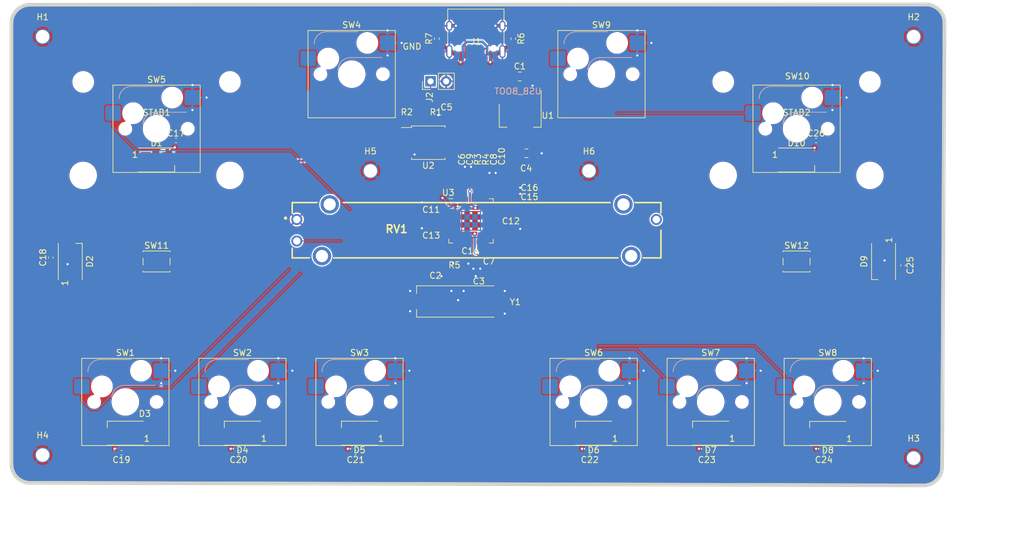
<source format=kicad_pcb>
(kicad_pcb (version 20211014) (generator pcbnew)
  (title_block (title "M.I.N.I.G.E.K.I") (date "2022-06-08") (rev "v3.0") (company "defvs"))
  (layers (0 "F.Cu" signal) (31 "B.Cu" signal) (34 "B.Paste" user) (35 "F.Paste" user) (36 "B.SilkS" user "B.Silkscreen") (37 "F.SilkS" user "F.Silkscreen") (38 "B.Mask" user) (39 "F.Mask" user) (44 "Edge.Cuts" user))
  (net 0 "")
  (net 1 "GND")
  (net 2 "VBUS")
  (net 3 "/XIN")
  (net 4 "/XOUT")
  (net 5 "+3V3")
  (net 6 "+1V1")
  (net 7 "Net-(J1-PadA5)")
  (net 8 "/~{USB_BOOT}")
  (net 9 "Net-(D1-Pad1)")
  (net 10 "/LED_DIN")
  (net 11 "Net-(D2-Pad1)")
  (net 12 "Net-(D3-Pad1)")
  (net 13 "Net-(D4-Pad1)")
  (net 14 "Net-(D5-Pad1)")
  (net 15 "Net-(D6-Pad1)")
  (net 16 "/GPIO26_ADC0")
  (net 17 "Net-(D7-Pad1)")
  (net 18 "Net-(D8-Pad1)")
  (net 19 "Net-(D10-Pad3)")
  (net 23 "/RUN")
  (net 24 "/SWD")
  (net 25 "/SWCLK")
  (net 26 "/QSPI_SS")
  (net 27 "Net-(R3-Pad2)")
  (net 28 "Net-(R4-Pad2)")
  (net 29 "/QSPI_SD3")
  (net 30 "/QSPI_SCLK")
  (net 31 "/QSPI_SD0")
  (net 32 "/QSPI_SD2")
  (net 33 "/QSPI_SD1")
  (net 34 "/USB_D+")
  (net 35 "/USB_D-")
  (net 36 "Net-(C3-Pad1)")
  (net 38 "Net-(J1-PadB5)")
  (net 44 "/LEFT_R")
  (net 45 "/LEFT_G")
  (net 46 "/LEFT_B")
  (net 47 "/LEFT_START")
  (net 48 "/LEFT_WALL")
  (net 49 "/RIGHT_R")
  (net 50 "/RIGHT_G")
  (net 51 "/RIGHT_B")
  (net 52 "/RIGHT_START")
  (net 53 "/RIGHT_WALL")
  (net 54 "/MACRO_1")
  (net 55 "/MACRO2")
  (footprint "Capacitor_SMD:C_0805_2012Metric" (layer "F.Cu") (at 109.7275 89.076)
    (fp_text reference "C4")
    (fp_text value "10u")
  )
  (footprint "Connector_PinHeader_2.54mm:PinHeader_1x02_P2.54mm_Vertical" (layer "F.Cu") (at 94.109516 77.365125 90)
    (fp_text reference "J2")
    (fp_text value "Conn_01x02")
  )
  (footprint "Capacitor_SMD:C_0402_1005Metric" (layer "F.Cu") (at 104.7025 93.591 90)
    (fp_text reference "C10")
    (fp_text value "1u")
  )
  (footprint "Capacitor_SMD:C_0402_1005Metric" (layer "F.Cu") (at 103.7025 93.591 90)
    (fp_text reference "C8")
    (fp_text value "1u")
  )
  (footprint "Capacitor_SMD:C_0402_1005Metric" (layer "F.Cu") (at 94.2175 101.276 180)
    (fp_text reference "C13")
    (fp_text value "100n")
  )
  (footprint "Capacitor_SMD:C_0402_1005Metric" (layer "F.Cu") (at 96.8875 82.906 180)
    (fp_text reference "C5")
    (fp_text value "100n")
  )
  (footprint "Capacitor_SMD:C_0402_1005Metric" (layer "F.Cu") (at 91.948 82.391 -90)
    (fp_text reference "R2")
    (fp_text value "DNF")
  )
  (footprint "Package_TO_SOT_SMD:SOT-223-3_TabPin2" (layer "F.Cu") (at 108.7025 82.926 -90)
    (fp_text reference "U1")
    (fp_text value "NCP1117-3.3_SOT223")
  )
  (footprint "Package_SO:SOIC-8_5.23x5.23mm_P1.27mm" (layer "F.Cu") (at 93.7525 87.351)
    (fp_text reference "U2")
    (fp_text value "W25Q128JVS")
  )
  (footprint "Capacitor_SMD:C_0402_1005Metric" (layer "F.Cu") (at 100.1875 109.076)
    (fp_text reference "C3")
    (fp_text value "27p")
  )
  (footprint "Capacitor_SMD:C_0402_1005Metric" (layer "F.Cu") (at 93.472 82.391 90)
    (fp_text reference "R1")
    (fp_text value "1k")
  )
  (footprint "Capacitor_SMD:C_0402_1005Metric" (layer "F.Cu") (at 100.7025 92.591 90)
    (fp_text reference "C9")
    (fp_text value "100n")
  )
  (footprint "Capacitor_SMD:C_0402_1005Metric" (layer "F.Cu") (at 107.1875 101.276)
    (fp_text reference "C12")
    (fp_text value "100n")
  )
  (footprint "Capacitor_SMD:C_0402_1005Metric" (layer "F.Cu") (at 101.0835 106.561 -90)
    (fp_text reference "C14")
    (fp_text value "100n")
  )
  (footprint "Capacitor_SMD:C_0402_1005Metric" (layer "F.Cu") (at 101.7025 93.591 -90)
    (fp_text reference "R3")
    (fp_text value "27")
  )
  (footprint "Capacitor_SMD:C_0402_1005Metric" (layer "F.Cu") (at 102.2025 106.561 -90)
    (fp_text reference "C7")
    (fp_text value "100n")
  )
  (footprint "Capacitor_SMD:C_0805_2012Metric" (layer "F.Cu") (at 108.64 76.576)
    (fp_text reference "C1")
    (fp_text value "10u")
  )
  (footprint "Capacitor_SMD:C_0402_1005Metric" (layer "F.Cu") (at 94.2175 97.076 180)
    (fp_text reference "C11")
    (fp_text value "100n")
  )
  (footprint "Capacitor_SMD:C_0402_1005Metric" (layer "F.Cu") (at 107.1875 94.676)
    (fp_text reference "C16")
    (fp_text value "100n")
  )
  (footprint "RP2040_minimal:RP2040-QFN-56" (layer "F.Cu") (at 100.7025 100.076)
    (fp_text reference "U3")
    (fp_text value "RP2040")
  )
  (footprint "Capacitor_SMD:C_0402_1005Metric" (layer "F.Cu") (at 97.2175 109.076 180)
    (fp_text reference "C2")
    (fp_text value "27p")
  )
  (footprint "Capacitor_SMD:C_0402_1005Metric" (layer "F.Cu") (at 102.7025 93.591 -90)
    (fp_text reference "R4")
    (fp_text value "27")
  )
  (footprint "Capacitor_SMD:C_0402_1005Metric" (layer "F.Cu") (at 99.7025 92.591 90)
    (fp_text reference "C6")
    (fp_text value "100n")
  )
  (footprint "Capacitor_SMD:C_0402_1005Metric" (layer "F.Cu") (at 107.1875 96.076)
    (fp_text reference "C15")
    (fp_text value "100n")
  )
  (footprint "Capacitor_SMD:C_0402_1005Metric" (layer "F.Cu") (at 99.4025 107.191 -90)
    (fp_text reference "R5")
    (fp_text value "1k")
  )
  (footprint "RP2040_minimal:Crystal_SMD_HC49-US" (layer "F.Cu") (at 98.5435 113.192)
    (fp_text reference "Y1")
    (fp_text value "ABLS-12.000MHZ-B4-T")
  )
  (footprint "Capacitor_SMD:C_0402_1005Metric" (layer "F.Cu") (at 62.865 137.795 180)
    (fp_text reference "C20")
    (fp_text value "100n")
  )
  (footprint "MountingHole:MountingHole_2.2mm_M2_Pad_TopOnly" (layer "F.Cu") (at 172.72 70.104)
    (fp_text reference "H2")
    (fp_text value "MountingHole_Pad")
  )
  (footprint "Mounting_Keyboard_Stabilizer:Stabilizer_Cherry_MX_2.00u" (layer "F.Cu") (at 49.53 84.455)
    (fp_text reference "STAB1")
    (fp_text value "Stabilizer_Cherry_MX_2.00u")
  )
  (footprint "Capacitor_SMD:C_0402_1005Metric" (layer "F.Cu") (at 120.015 137.795 180)
    (fp_text reference "C22")
    (fp_text value "100n")
  )
  (footprint "LED_SMD:LED_SK6812MINI_PLCC4_3.5x3.5mm_P1.75mm" (layer "F.Cu") (at 82.55 134.62 180)
    (fp_text reference "D5")
    (fp_text value "SK6812MINI")
  )
  (footprint "LED_SMD:LED_SK6812MINI_PLCC4_3.5x3.5mm_P1.75mm" (layer "F.Cu") (at 120.65 134.62 180)
    (fp_text reference "D6")
    (fp_text value "SK6812MINI")
  )
  (footprint "Capacitor_SMD:C_0402_1005Metric" (layer "F.Cu") (at 81.915 137.795 180)
    (fp_text reference "C21")
    (fp_text value "100n")
  )
  (footprint "Capacitor_SMD:C_0402_1005Metric" (layer "F.Cu") (at 171 107.315 -90)
    (fp_text reference "C25")
    (fp_text value "100n")
  )
  (footprint "PTAXX33:PTAXX43" (layer "F.Cu") (at 101.6 101.6)
    (fp_text reference "RV1")
    (fp_text value "PTA4543-2015DPB103" hide)
  )
  (footprint "Button_Switch_SMD:SW_SPST_PTS810" (layer "F.Cu") (at 153.67 106.68)
    (fp_text reference "SW12")
    (fp_text value "MACRO_2")
  )
  (footprint "LED_SMD:LED_SK6812MINI_PLCC4_3.5x3.5mm_P1.75mm" (layer "F.Cu") (at 153.67 90.17)
    (fp_text reference "D10")
    (fp_text value "SK6812MINI")
  )
  (footprint "Switch_Keyboard_Hotswap_Kailh:SW_Hotswap_Kailh_MX_1.00u" (layer "F.Cu") (at 121.92 76.2)
    (fp_text reference "SW9")
    (fp_text value "RIGHT_START")
  )
  (footprint "LED_SMD:LED_SK6812MINI_PLCC4_3.5x3.5mm_P1.75mm" (layer "F.Cu") (at 44.45 134.62 180)
    (fp_text reference "D3")
    (fp_text value "SK6812MINI")
  )
  (footprint "Resistor_SMD:R_0402_1005Metric" (layer "F.Cu") (at 95.1345 70.421 -90)
    (fp_text reference "R7")
    (fp_text value "5.11k")
  )
  (footprint "LED_SMD:LED_SK6812MINI_PLCC4_3.5x3.5mm_P1.75mm" (layer "F.Cu") (at 63.5 134.62 180)
    (fp_text reference "D4")
    (fp_text value "SK6812MINI")
  )
  (footprint "MountingHole:MountingHole_2.2mm_M2_Pad_TopOnly" (layer "F.Cu") (at 119.888 91.948)
    (fp_text reference "H6")
    (fp_text value "MountingHole_Pad")
  )
  (footprint "Switch_Keyboard_Hotswap_Kailh:SW_Hotswap_Kailh_MX_2.00u" (layer "F.Cu") (at 49.53 85.09)
    (fp_text reference "SW5")
    (fp_text value "LEFT_WALL")
  )
  (footprint "LED_SMD:LED_SK6812MINI_PLCC4_3.5x3.5mm_P1.75mm" (layer "F.Cu") (at 167.825 106.68 -90)
    (fp_text reference "D9")
    (fp_text value "SK6812MINI")
  )
  (footprint "Capacitor_SMD:C_0402_1005Metric" (layer "F.Cu") (at 52.705 86.995)
    (fp_text reference "C17")
    (fp_text value "100n")
  )
  (footprint "LED_SMD:LED_SK6812MINI_PLCC4_3.5x3.5mm_P1.75mm" (layer "F.Cu") (at 158.75 134.65 180)
    (fp_text reference "D8")
    (fp_text value "SK6812MINI")
  )
  (footprint "Capacitor_SMD:C_0402_1005Metric" (layer "F.Cu") (at 158.115 137.795 180)
    (fp_text reference "C24")
    (fp_text value "100n")
  )
  (footprint "Connector_USB:USB_C_Receptacle_XKB_U262-16XN-4BVC11" (layer "F.Cu") (at 101.4845 69.403 180)
    (fp_text reference "J1")
    (fp_text value "USB_C_Receptacle_USB2.0" hide)
  )
  (footprint "Switch_Keyboard_Hotswap_Kailh:SW_Hotswap_Kailh_MX_1.00u" (layer "F.Cu") (at 82.55 129.54)
    (fp_text reference "SW3")
    (fp_text value "LEFT_B")
  )
  (footprint "Capacitor_SMD:C_0402_1005Metric" (layer "F.Cu") (at 43.815 137.795 180)
    (fp_text reference "C19")
    (fp_text value "100n")
  )
  (footprint "Capacitor_SMD:C_0402_1005Metric" (layer "F.Cu") (at 32.31 106.045 90)
    (fp_text reference "C18")
    (fp_text value "100n")
  )
  (footprint "Resistor_SMD:R_0402_1005Metric" (layer "F.Cu") (at 107.5805 70.421 -90)
    (fp_text reference "R6")
    (fp_text value "5.11k")
  )
  (footprint "Switch_Keyboard_Hotswap_Kailh:SW_Hotswap_Kailh_MX_1.00u" (layer "F.Cu") (at 139.7 129.54)
    (fp_text reference "SW7")
    (fp_text value "RIGHT_G")
  )
  (footprint "Capacitor_SMD:C_0402_1005Metric" (layer "F.Cu") (at 139.065 137.795 180)
    (fp_text reference "C23")
    (fp_text value "100n")
  )
  (footprint "Mounting_Keyboard_Stabilizer:Stabilizer_Cherry_MX_2.00u" (layer "F.Cu") (at 153.67 84.455)
    (fp_text reference "STAB2")
    (fp_text value "Stabilizer_Cherry_MX_2.00u")
  )
  (footprint "Switch_Keyboard_Hotswap_Kailh:SW_Hotswap_Kailh_MX_1.00u" (layer "F.Cu") (at 44.45 129.54)
    (fp_text reference "SW1")
    (fp_text value "LEFT_R")
  )
  (footprint "LED_SMD:LED_SK6812MINI_PLCC4_3.5x3.5mm_P1.75mm" (layer "F.Cu") (at 139.7 134.62 180)
    (fp_text reference "D7")
    (fp_text value "SK6812MINI")
  )
  (footprint "MountingHole:MountingHole_2.2mm_M2_Pad_TopOnly" (layer "F.Cu") (at 84.328 91.948)
    (fp_text reference "H5")
    (fp_text value "MountingHole_Pad")
  )
  (footprint "Switch_Keyboard_Hotswap_Kailh:SW_Hotswap_Kailh_MX_1.00u" (layer "F.Cu") (at 63.5 129.54)
    (fp_text reference "SW2")
    (fp_text value "LEFT_G")
  )
  (footprint "Switch_Keyboard_Hotswap_Kailh:SW_Hotswap_Kailh_MX_2.00u" (layer "F.Cu") (at 153.67 85.09)
    (fp_text reference "SW10")
    (fp_text value "RIGHT_WALL")
  )
  (footprint "MountingHole:MountingHole_2.2mm_M2_Pad_TopOnly" (layer "F.Cu") (at 30.988 70.104)
    (fp_text reference "H1")
    (fp_text value "MountingHole_Pad")
  )
  (footprint "LED_SMD:LED_SK6812MINI_PLCC4_3.5x3.5mm_P1.75mm" (layer "F.Cu") (at 49.53 90.17)
    (fp_text reference "D1")
    (fp_text value "SK6812MINI")
  )
  (footprint "Switch_Keyboard_Hotswap_Kailh:SW_Hotswap_Kailh_MX_1.00u" (layer "F.Cu") (at 120.65 129.54)
    (fp_text reference "SW6")
    (fp_text value "RIGHT_R")
  )
  (footprint "Button_Switch_SMD:SW_SPST_PTS810" (layer "F.Cu") (at 49.53 106.68)
    (fp_text reference "SW11")
    (fp_text value "MACRO_1")
  )
  (footprint "Capacitor_SMD:C_0402_1005Metric" (layer "F.Cu") (at 156.845 86.995)
    (fp_text reference "C26")
    (fp_text value "100n")
  )
  (footprint "MountingHole:MountingHole_2.2mm_M2_Pad_TopOnly" (layer "F.Cu") (at 30.988 138.176)
    (fp_text reference "H4")
    (fp_text value "MountingHole_Pad")
  )
  (footprint "Switch_Keyboard_Hotswap_Kailh:SW_Hotswap_Kailh_MX_1.00u" (layer "F.Cu") (at 81.28 76.2)
    (fp_text reference "SW4")
    (fp_text value "LEFT_START")
  )
  (footprint "LED_SMD:LED_SK6812MINI_PLCC4_3.5x3.5mm_P1.75mm" (layer "F.Cu") (at 35.485 106.68 90)
    (fp_text reference "D2")
    (fp_text value "SK6812MINI")
  )
  (footprint "MountingHole:MountingHole_2.2mm_M2_Pad_TopOnly" (layer "F.Cu") (at 172.72 138.684)
    (fp_text reference "H3")
    (fp_text value "MountingHole_Pad")
  )
  (footprint "Switch_Keyboard_Hotswap_Kailh:SW_Hotswap_Kailh_MX_1.00u" (layer "F.Cu") (at 158.75 129.54)
    (fp_text reference "SW8")
    (fp_text value "RIGHT_B")
  )
  (gr_line (start 174.354828 143.11868) (end 28.931328 142.7) (layer "Edge.Cuts") (width 0.6))
  (gr_line (start 177.74166 67.90732) (end 177.354828 140.11868) (layer "Edge.Cuts") (width 0.6))
  (gr_line locked (start 28.908 64.90732) (end 174.740168 64.86006) (layer "Edge.Cuts") (width 0.6))
  (gr_line (start 25.908 139.52834) (end 25.908 67.73566) (layer "Edge.Cuts") (width 0.6))
  (gr_arc (start 28.931328 142.7) (mid 26.810008 141.82132) (end 25.931328 139.7) (layer "Edge.Cuts") (width 0.6))
  (gr_arc (start 177.354828 140.11868) (mid 176.476154 142.240006) (end 174.354828 143.11868) (layer "Edge.Cuts") (width 0.6))
  (gr_arc (start 174.740168 64.86006) (mid 176.861481 65.738741) (end 177.740168 67.86006) (layer "Edge.Cuts") (width 0.6))
  (gr_arc (start 25.908 67.90732) (mid 26.786671 65.785991) (end 28.908 64.90732) (layer "Edge.Cuts") (width 0.6))
  (gr_text "\nUSB_BOOT" (at 108.3225 78.176) (layer "B.SilkS") (effects (font (size 1 1)) (justify mirror)))
  (gr_text "GND" (at 91.1 71.7) (layer "F.SilkS") (effects (font (size 1 1))))
  (segment (start 93.7325 101.276) (end 92.7025 101.276) (width 0.2) (layer "F.Cu") (net 1))
  (segment (start 107.3815 70.931) (end 105.8045 72.508) (width 0.6) (layer "F.Cu") (net 1))
  (segment (start 107.6725 94.676) (end 108.7025 94.676) (width 0.2) (layer "F.Cu") (net 1))
  (segment (start 99.7025 92.106) (end 99.7025 91.276008) (width 0.2) (layer "F.Cu") (net 1))
  (segment (start 101.0835 107.857984) (end 101.083494 107.85799) (width 0.2) (layer "F.Cu") (net 1))
  (segment (start 99.7025 103.5135) (end 99.7025 104.7305) (width 0.15) (layer "F.Cu") (net 1))
  (segment (start 107.5805 70.931) (end 107.3815 70.931) (width 0.6) (layer "F.Cu") (net 1))
  (segment (start 101.0835 107.046) (end 101.0835 107.857984) (width 0.2) (layer "F.Cu") (net 1))
  (segment (start 101.453 109.076) (end 101.4645 109.0645) (width 0.15) (layer "F.Cu") (net 1))
  (segment (start 166.95 105.48) (end 166.95 104.93) (width 0.4) (layer "F.Cu") (net 1))
  (segment (start 104.6625 68.328) (end 98.2385 68.328) (width 0.6) (layer "F.Cu") (net 1))
  (segment (start 97.5695 72.508) (end 98.1345 73.073) (width 0.6) (layer "F.Cu") (net 1))
  (segment (start 34.455 106.525) (end 35.0475 107.1175) (width 0.4) (layer "F.Cu") (net 1))
  (segment (start 96.1075 82.906) (end 96.0775 82.876) (width 0.2) (layer "F.Cu") (net 1))
  (segment (start 100.7025 92.106) (end 100.7025 91.276) (width 0.2) (layer "F.Cu") (net 1))
  (segment (start 105.8045 68.328) (end 104.6625 68.328) (width 0.6) (layer "F.Cu") (net 1))
  (segment (start 100.6725 109.076) (end 100.6725 108.756) (width 0.15) (layer "F.Cu") (net 1))
  (segment (start 104.7025 93.106) (end 104.7025 92.276) (width 0.2) (layer "F.Cu") (net 1))
  (segment (start 100.6725 109.076) (end 101.453 109.076) (width 0.15) (layer "F.Cu") (net 1))
  (segment (start 96.7325 109.076) (end 95.8765 109.076) (width 0.2) (layer "F.Cu") (net 1))
  (segment (start 105.8045 72.508) (end 105.3995 72.508) (width 0.6) (layer "F.Cu") (net 1))
  (segment (start 97.5025 111.726) (end 97.5025 110.675974) (width 0.2) (layer "F.Cu") (net 1))
  (segment (start 96.0775 82.876) (end 95.4025 82.876) (width 0.2) (layer "F.Cu") (net 1))
  (segment (start 111.0025 78.376) (end 110.7025 78.076) (width 0.2) (layer "F.Cu") (net 1))
  (segment (start 167.9875 106.5175) (end 166.95 105.48) (width 0.4) (layer "F.Cu") (net 1))
  (segment (start 32.31 106.525) (end 34.455 106.525) (width 0.4) (layer "F.Cu") (net 1))
  (segment (start 107.7775 101.381) (end 108.7025 101.381) (width 0.2) (layer "F.Cu") (net 1))
  (segment (start 168.305 106.835) (end 167.9875 106.5175) (width 0.4) (layer "F.Cu") (net 1))
  (segment (start 109.5775 76.951) (end 110.7025 78.076) (width 0.2) (layer "F.Cu") (net 1))
  (segment (start 98.2385 68.328) (end 97.1645 68.328) (width 0.6) (layer "F.Cu") (net 1))
  (segment (start 102.2025 107.046) (end 102.2025 107.858004) (width 0.2) (layer "F.Cu") (net 1))
  (segment (start 108.3025 96.076) (end 108.7025 95.676) (width 0.15) (layer "F.Cu") (net 1))
  (segment (start 99.7025 104.7305) (end 97.7815 106.6515) (width 0.15) (layer "F.Cu") (net 1))
  (segment (start 95.5875 70.931) (end 97.1645 72.508) (width 0.6) (layer "F.Cu") (net 1))
  (segment (start 171 106.835) (end 168.305 106.835) (width 0.4) (layer "F.Cu") (net 1))
  (segment (start 91.4825 89.256) (end 91.5025 89.276) (width 0.2) (layer "F.Cu") (net 1))
  (segment (start 107.6725 96.076) (end 108.3025 96.076) (width 0.15) (layer "F.Cu") (net 1))
  (segment (start 95.1345 70.931) (end 95.5875 70.931) (width 0.6) (layer "F.Cu") (net 1))
  (segment (start 96.4025 82.906) (end 96.1075 82.906) (width 0.2) (layer "F.Cu") (net 1))
  (segment (start 105.3995 72.508) (end 104.8345 73.073) (width 0.6) (layer "F.Cu") (net 1))
  (segment (start 97.1645 72.508) (end 97.5695 72.508) (width 0.6) (layer "F.Cu") (net 1))
  (segment (start 111.0025 79.776) (end 111.0025 78.376) (width 0.2) (layer "F.Cu") (net 1))
  (segment (start 97.7815 106.6515) (end 97.7815 106.9055) (width 0.15) (layer "F.Cu") (net 1))
  (segment (start 35.0475 107.1175) (end 36.36 108.43) (width 0.4) (layer "F.Cu") (net 1))
  (segment (start 93.7325 97.076) (end 92.7025 97.076) (width 0.2) (layer "F.Cu") (net 1))
  (segment (start 110.7525 89.076) (end 112.2025 89.076) (width 0.2) (layer "F.Cu") (net 1))
  (segment (start 90.1525 89.256) (end 91.4825 89.256) (width 0.2) (layer "F.Cu") (net 1))
  (segment (start 103.7025 93.106) (end 103.7025 92.276) (width 0.2) (layer "F.Cu") (net 1))
  (via (at 100.258 107.0325) (size 0.6) (drill 0.35) (layers "F.Cu" "B.Cu") (net 1))
  (via (at 98.5925 112.976) (size 0.6) (drill 0.35) (layers "F.Cu" "B.Cu") (net 1))
  (via (at 99.4925 111.476) (size 0.6) (drill 0.35) (layers "F.Cu" "B.Cu") (net 1))
  (via (at 90.7925 114.776) (size 0.6) (drill 0.35) (layers "F.Cu" "B.Cu") (net 1))
  (via (at 90.7925 111.476) (size 0.6) (drill 0.35) (layers "F.Cu" "B.Cu") (net 1))
  (via (at 106.1925 111.476) (size 0.6) (drill 0.35) (layers "F.Cu" "B.Cu") (net 1))
  (via (at 97.5025 111.476) (size 0.6) (drill 0.35) (layers "F.Cu" "B.Cu") (net 1))
  (via (at 126.492 126.492) (size 0.6) (drill 0.35) (layers "F.Cu" "B.Cu") (net 1))
  (via (at 69.342 122.428) (size 0.6) (drill 0.35) (layers "F.Cu" "B.Cu") (net 1))
  (via (at 50.292 126.492) (size 0.6) (drill 0.35) (layers "F.Cu" "B.Cu") (net 1))
  (via (at 145.542 126.492) (size 0.6) (drill 0.35) (layers "F.Cu" "B.Cu") (net 1))
  (via (at 35.0475 107.1175) (size 0.6) (drill 0.35) (layers "F.Cu" "B.Cu") (net 1))
  (via (at 126.492 122.428) (size 0.6) (drill 0.35) (layers "F.Cu" "B.Cu") (net 1))
  (via (at 159.512 77.978) (size 0.6) (drill 0.35) (layers "F.Cu" "B.Cu") (net 1))
  (via locked (at 127.762 69.088) (size 0.6) (drill 0.35) (layers "F.Cu" "B.Cu") (net 1))
  (via (at 71.628 124.46) (size 0.6) (drill 0.35) (layers "F.Cu" "B.Cu") (net 1))
  (via (at 164.592 126.492) (size 0.6) (drill 0.35) (layers "F.Cu" "B.Cu") (net 1))
  (via (at 92.7025 101.276) (size 0.6) (drill 0.35) (layers "F.Cu" "B.Cu") (net 1))
  (via (at 100.7025 91.276) (size 0.6) (drill 0.35) (layers "F.Cu" "B.Cu") (net 1))
  (via (at 145.542 122.428) (size 0.6) (drill 0.35) (layers "F.Cu" "B.Cu") (net 1))
  (via (at 55.372 82.042) (size 0.6) (drill 0.35) (layers "F.Cu" "B.Cu") (net 1))
  (via (at 106.1925 115.176) (size 0.6) (drill 0.35) (layers "F.Cu" "B.Cu") (net 1))
  (via (at 108.7025 94.676) (size 0.6) (drill 0.35) (layers "F.Cu" "B.Cu") (net 1))
  (via (at 103.7025 92.276) (size 0.6) (drill 0.35) (layers "F.Cu" "B.Cu") (net 1))
  (via (at 161.798 80.01) (size 0.6) (drill 0.35) (layers "F.Cu" "B.Cu") (net 1))
  (via (at 147.828 124.46) (size 0.6) (drill 0.35) (layers "F.Cu" "B.Cu") (net 1))
  (via (at 166.878 124.46) (size 0.6) (drill 0.35) (layers "F.Cu" "B.Cu") (net 1))
  (via (at 88.392 126.492) (size 0.6) (drill 0.35) (layers "F.Cu" "B.Cu") (net 1))
  (via (at 101.083494 107.85799) (size 0.6) (drill 0.35) (layers "F.Cu" "B.Cu") (net 1))
  (via (at 55.372 77.978) (size 0.6) (drill 0.35) (layers "F.Cu" "B.Cu") (net 1))
  (via (at 99.7025 91.276008) (size 0.6) (drill 0.35) (layers "F.Cu" "B.Cu") (net 1))
  (via (at 112.2025 89.076) (size 0.6) (drill 0.35) (layers "F.Cu" "B.Cu") (net 1))
  (via (at 50.292 122.428) (size 0.6) (drill 0.35) (layers "F.Cu" "B.Cu") (net 1))
  (via (at 95.8765 109.076) (size 0.6) (drill 0.35) (layers "F.Cu" "B.Cu") (net 1))
  (via (at 92.7025 97.076) (size 0.6) (drill 0.35) (layers "F.Cu" "B.Cu") (net 1))
  (via (at 108.7025 95.676) (size 0.6) (drill 0.35) (layers "F.Cu" "B.Cu") (net 1))
  (via (at 97.7815 106.9055) (size 0.6) (drill 0.35) (layers "F.Cu" "B.Cu") (net 1))
  (via (at 104.6625 68.328) (size 0.6) (drill 0.35) (layers "F.Cu" "B.Cu") (net 1))
  (via (at 69.342 126.492) (size 0.6) (drill 0.35) (layers "F.Cu" "B.Cu") (net 1))
  (via (at 52.578 124.46) (size 0.6) (drill 0.35) (layers "F.Cu" "B.Cu") (net 1))
  (via (at 167.9875 106.5175) (size 0.6) (drill 0.35) (layers "F.Cu" "B.Cu") (net 1))
  (via locked (at 127.762 73.152) (size 0.6) (drill 0.35) (layers "F.Cu" "B.Cu") (net 1))
  (via (at 108.7025 101.381) (size 0.6) (drill 0.35) (layers "F.Cu" "B.Cu") (net 1))
  (via (at 88.392 122.428) (size 0.6) (drill 0.35) (layers "F.Cu" "B.Cu") (net 1))
  (via (at 98.2385 68.328) (size 0.6) (drill 0.35) (layers "F.Cu" "B.Cu") (net 1))
  (via locked (at 130.048 71.12) (size 0.6) (drill 0.35) (layers "F.Cu" "B.Cu") (net 1))
  (via (at 128.778 124.46) (size 0.6) (drill 0.35) (layers "F.Cu" "B.Cu") (net 1))
  (via locked (at 87.122 69.088) (size 0.6) (drill 0.35) (layers "F.Cu" "B.Cu") (net 1))
  (via (at 102.2025 107.858004) (size 0.6) (drill 0.35) (layers "F.Cu" "B.Cu") (net 1))
  (via locked (at 89.408 71.12) (size 0.6) (drill 0.35) (layers "F.Cu" "B.Cu") (net 1))
  (via (at 57.658 80.01) (size 0.6) (drill 0.35) (layers "F.Cu" "B.Cu") (net 1))
  (via locked (at 87.122 73.152) (size 0.6) (drill 0.35) (layers "F.Cu" "B.Cu") (net 1))
  (via (at 110.7025 78.076) (size 0.6) (drill 0.35) (layers "F.Cu" "B.Cu") (net 1))
  (via (at 91.5025 89.276) (size 0.6) (drill 0.35) (layers "F.Cu" "B.Cu") (net 1))
  (via (at 95.4025 82.876) (size 0.6) (drill 0.35) (layers "F.Cu" "B.Cu") (net 1))
  (via (at 101.4645 109.0645) (size 0.6) (drill 0.35) (layers "F.Cu" "B.Cu") (net 1))
  (via (at 164.592 122.428) (size 0.6) (drill 0.35) (layers "F.Cu" "B.Cu") (net 1))
  (via (at 159.512 82.042) (size 0.6) (drill 0.35) (layers "F.Cu" "B.Cu") (net 1))
  (via (at 90.678 124.46) (size 0.6) (drill 0.35) (layers "F.Cu" "B.Cu") (net 1))
  (via (at 104.7025 92.276) (size 0.6) (drill 0.35) (layers "F.Cu" "B.Cu") (net 1))
  (segment locked (start 130.048 71.12) (end 127.762 71.12) (width 0.3) (layer "B.Cu") (net 1))
  (segment (start 88.392 122.428) (end 88.392 126.492) (width 0.3) (layer "B.Cu") (net 1))
  (segment (start 159.512 77.978) (end 159.512 82.042) (width 0.3) (layer "B.Cu") (net 1))
  (segment (start 128.778 124.46) (end 126.492 124.46) (width 0.3) (layer "B.Cu") (net 1))
  (segment (start 147.828 124.46) (end 145.542 124.46) (width 0.3) (layer "B.Cu") (net 1))
  (segment (start 104.002499 92.575999) (end 103.7025 92.276) (width 0.2) (layer "B.Cu") (net 1))
  (segment (start 69.342 122.428) (end 69.342 126.492) (width 0.3) (layer "B.Cu") (net 1))
  (segment (start 57.658 80.01) (end 55.372 80.01) (width 0.3) (layer "B.Cu") (net 1))
  (segment locked (start 127.762 69.088) (end 127.762 73.152) (width 0.3) (layer "B.Cu") (net 1))
  (segment (start 126.492 122.428) (end 126.492 126.492) (width 0.3) (layer "B.Cu") (net 1))
  (segment (start 90.678 124.46) (end 88.392 124.46) (width 0.3) (layer "B.Cu") (net 1))
  (segment (start 104.7025 93.076) (end 104.5025 93.076) (width 0.2) (layer "B.Cu") (net 1))
  (segment (start 50.292 122.428) (end 50.292 126.492) (width 0.3) (layer "B.Cu") (net 1))
  (segment (start 164.592 122.428) (end 164.592 126.492) (width 0.3) (layer "B.Cu") (net 1))
  (segment (start 161.798 80.01) (end 159.512 80.01) (width 0.3) (layer "B.Cu") (net 1))
  (segment (start 55.372 77.978) (end 55.372 82.042) (width 0.3) (layer "B.Cu") (net 1))
  (segment (start 166.878 124.46) (end 164.592 124.46) (width 0.3) (layer "B.Cu") (net 1))
  (segment (start 104.5025 93.076) (end 104.002499 92.575999) (width 0.2) (layer "B.Cu") (net 1))
  (segment (start 145.542 122.428) (end 145.542 126.492) (width 0.3) (layer "B.Cu") (net 1))
  (segment (start 52.578 124.46) (end 50.292 124.46) (width 0.3) (layer "B.Cu") (net 1))
  (segment (start 71.628 124.46) (end 69.342 124.46) (width 0.3) (layer "B.Cu") (net 1))
  (segment locked (start 87.122 69.088) (end 87.122 73.152) (width 0.3) (layer "B.Cu") (net 1))
  (segment locked (start 89.408 71.12) (end 87.122 71.12) (width 0.3) (layer "B.Cu") (net 1))
  (segment (start 156.608699 88.186017) (end 157.336125 87.458591) (width 0.4) (layer "F.Cu") (net 2))
  (segment (start 99.0005 74.244) (end 98.9345 74.178) (width 0.4) (layer "F.Cu") (net 2))
  (segment (start 61.595 137.16) (end 62.23 137.795) (width 0.4) (layer "F.Cu") (net 2))
  (segment (start 104.8425 75.26) (end 105.3505 75.26) (width 0.4) (layer "F.Cu") (net 2))
  (segment (start 51.28 89.295) (end 52.465625 88.109375) (width 0.4) (layer "F.Cu") (net 2))
  (segment (start 137.795 137.16) (end 138.43 137.795) (width 0.4) (layer "F.Cu") (net 2))
  (segment (start 52.465625 88.109375) (end 52.497582 88.109375) (width 0.4) (layer "F.Cu") (net 2))
  (segment (start 103.8265 74.244) (end 104.8425 75.26) (width 0.4) (layer "F.Cu") (net 2))
  (segment (start 42.7 137.16) (end 43.335 137.795) (width 0.4) (layer "F.Cu") (net 2))
  (segment (start 156.845 135.495) (end 156.845 137.16) (width 0.4) (layer "F.Cu") (net 2))
  (segment (start 118.745 135.495) (end 118.745 137.16) (width 0.4) (layer "F.Cu") (net 2))
  (segment (start 104.0345 73.073) (end 104.0345 73.528) (width 0.4) (layer "F.Cu") (net 2))
  (segment (start 104.0345 73.528) (end 103.8265 73.736) (width 0.4) (layer "F.Cu") (net 2))
  (segment (start 80.645 137.16) (end 81.28 137.795) (width 0.4) (layer "F.Cu") (net 2))
  (segment (start 156.608699 88.210219) (end 156.608699 88.186017) (width 0.4) (layer "F.Cu") (net 2))
  (segment (start 52.497582 88.109375) (end 53.185 87.421957) (width 0.4) (layer "F.Cu") (net 2))
  (segment (start 61.595 135.495) (end 61.595 137.16) (width 0.4) (layer "F.Cu") (net 2))
  (segment (start 118.745 137.16) (end 119.38 137.795) (width 0.4) (layer "F.Cu") (net 2))
  (segment (start 80.645 135.495) (end 80.645 137.16) (width 0.4) (layer "F.Cu") (net 2))
  (segment (start 137.795 135.495) (end 137.795 137.16) (width 0.4) (layer "F.Cu") (net 2))
  (segment (start 156.845 137.16) (end 157.48 137.795) (width 0.4) (layer "F.Cu") (net 2))
  (segment (start 98.9345 74.178) (end 98.9345 73.073) (width 0.4) (layer "F.Cu") (net 2))
  (segment (start 53.185 87.421957) (end 53.185 86.995) (width 0.4) (layer "F.Cu") (net 2))
  (segment (start 157.336125 87.458591) (end 157.336125 87.087793) (width 0.4) (layer "F.Cu") (net 2))
  (segment (start 155.431125 89.387793) (end 156.608699 88.210219) (width 0.4) (layer "F.Cu") (net 2))
  (segment (start 42.7 135.495) (end 42.7 137.16) (width 0.4) (layer "F.Cu") (net 2))
  (segment (start 103.8265 73.736) (end 103.8265 74.244) (width 0.4) (layer "F.Cu") (net 2))
  (via (at 42.7 137.16) (size 0.6) (drill 0.35) (layers "F.Cu" "B.Cu") (net 2))
  (via (at 118.745 137.16) (size 0.6) (drill 0.35) (layers "F.Cu" "B.Cu") (net 2))
  (via (at 156.608699 88.186017) (size 0.6) (drill 0.35) (layers "F.Cu" "B.Cu") (net 2))
  (via (at 99.0005 74.244) (size 0.6) (drill 0.35) (layers "F.Cu" "B.Cu") (net 2))
  (via (at 80.645 137.16) (size 0.6) (drill 0.35) (layers "F.Cu" "B.Cu") (net 2))
  (via (at 52.497582 88.109375) (size 0.6) (drill 0.35) (layers "F.Cu" "B.Cu") (net 2))
  (via (at 61.595 137.16) (size 0.6) (drill 0.35) (layers "F.Cu" "B.Cu") (net 2))
  (via (at 156.845 137.16) (size 0.6) (drill 0.35) (layers "F.Cu" "B.Cu") (net 2))
  (via (at 137.795 137.16) (size 0.6) (drill 0.35) (layers "F.Cu" "B.Cu") (net 2))
  (via (at 103.8265 74.244) (size 0.6) (drill 0.35) (layers "F.Cu" "B.Cu") (net 2))
  (segment (start 99.0005 74.244) (end 99.369021 73.875479) (width 0.4) (layer "B.Cu") (net 2))
  (segment (start 99.369021 71.589479) (end 100.0165 70.942) (width 0.4) (layer "B.Cu") (net 2))
  (segment (start 103.3185 71.704) (end 103.3185 72.72) (width 0.4) (layer "B.Cu") (net 2))
  (segment (start 103.3185 72.72) (end 103.8265 73.228) (width 0.4) (layer "B.Cu") (net 2))
  (segment (start 100.0165 70.942) (end 102.5565 70.942) (width 0.4) (layer "B.Cu") (net 2))
  (segment (start 102.5565 70.942) (end 103.3185 71.704) (width 0.4) (layer "B.Cu") (net 2))
  (segment (start 99.369021 73.875479) (end 99.369021 71.589479) (width 0.4) (layer "B.Cu") (net 2))
  (segment (start 103.8265 73.228) (end 103.8265 74.244) (width 0.4) (layer "B.Cu") (net 2))
  (segment (start 100.1025 103.5135) (end 100.1025 105.013861) (width 0.15) (layer "F.Cu") (net 3))
  (segment (start 100.1025 105.013861) (end 98.5025 106.613861) (width 0.15) (layer "F.Cu") (net 3))
  (segment (start 97.7025 109.076) (end 98.353 109.7265) (width 0.15) (layer "F.Cu") (net 3))
  (segment (start 98.353 109.7265) (end 98.353 111.8585) (width 0.15) (layer "F.Cu") (net 3))
  (segment (start 98.5025 106.613861) (end 98.5025 108.276) (width 0.15) (layer "F.Cu") (net 3))
  (segment (start 98.353 111.8585) (end 97.0195 113.192) (width 0.15) (layer "F.Cu") (net 3))
  (segment (start 97.0195 113.192) (end 94.0435 113.192) (width 0.15) (layer "F.Cu") (net 3))
  (segment (start 98.5025 108.276) (end 97.7025 109.076) (width 0.15) (layer "F.Cu") (net 3))
  (segment (start 99.4025 106.276) (end 99.4025 106.706) (width 0.15) (layer "F.Cu") (net 4))
  (segment (start 100.5025 103.5135) (end 100.5025 105.176) (width 0.15) (layer "F.Cu") (net 4))
  (segment (start 100.5025 105.176) (end 99.4025 106.276) (width 0.15) (layer "F.Cu") (net 4))
  (segment (start 101.655 106.3275) (end 101.655 108.239) (width 0.15) (layer "F.Cu") (net 5))
  (segment (start 97.3525 85.446) (end 97.3525 82.926) (width 0.2) (layer "F.Cu") (net 5))
  (segment (start 97.265 101.076) (end 98.1025 101.076) (width 0.2) (layer "F.Cu") (net 5))
  (segment (start 100.9025 103.5135) (end 100.9025 102.876) (width 0.2) (layer "F.Cu") (net 5))
  (segment (start 94.9025 101.076) (end 94.7025 101.276) (width 0.2) (layer "F.Cu") (net 5))
  (segment (start 101.052501 94.188535) (end 101.052501 95.625999) (width 0.2) (layer "F.Cu") (net 5))
  (segment (start 91.2285 101.93) (end 90.4665 101.168) (width 0.2) (layer "F.Cu") (net 5))
  (segment (start 101.3025 97.276) (end 101.1025 97.476) (width 0.2) (layer "F.Cu") (net 5))
  (segment (start 100.9025 95.776) (end 100.9025 97.476) (width 0.2) (layer "F.Cu") (net 5))
  (segment (start 101.4035 106.076) (end 101.655 106.3275) (width 0.15) (layer "F.Cu") (net 5))
  (segment (start 101.0835 105.7625) (end 101.0835 106.076) (width 0.2) (layer "F.Cu") (net 5))
  (segment (start 102.9025 96.6385) (end 102.9025 96.176) (width 0.2) (layer "F.Cu") (net 5))
  (segment (start 100.7025 102.676) (end 100.3885 102.676) (width 0.2) (layer "F.Cu") (net 5))
  (segment (start 103.3025 96.6385) (end 103.3025 97.476) (width 0.2) (layer "F.Cu") (net 5))
  (segment (start 102.9025 97.276) (end 103.1025 97.476) (width 0.2) (layer "F.Cu") (net 5))
  (segment (start 93.9845 101.93) (end 91.2285 101.93) (width 0.2) (layer "F.Cu") (net 5))
  (segment (start 104.14 101.076) (end 106.5025 101.076) (width 0.2) (layer "F.Cu") (net 5))
  (segment (start 100.7025 93.838534) (end 101.052501 94.188535) (width 0.2) (layer "F.Cu") (net 5))
  (segment (start 101.052501 95.625999) (end 100.9025 95.776) (width 0.2) (layer "F.Cu") (net 5))
  (segment (start 100.9025 103.5135) (end 100.9025 105.5815) (width 0.2) (layer "F.Cu") (net 5))
  (segment (start 101.1025 97.476) (end 100.9025 97.476) (width 0.2) (layer "F.Cu") (net 5))
  (segment (start 106.5025 101.076) (end 106.7025 101.276) (width 0.2) (layer "F.Cu") (net 5))
  (segment (start 104.14 101.076) (end 103.3025 101.076) (width 0.2) (layer "F.Cu") (net 5))
  (segment (start 102.9025 96.6385) (end 102.9025 97.276) (width 0.2) (layer "F.Cu") (net 5))
  (segment (start 101.0835 106.076) (end 101.4035 106.076) (width 0.15) (layer "F.Cu") (net 5))
  (segment (start 97.265 101.076) (end 94.9025 101.076) (width 0.2) (layer "F.Cu") (net 5))
  (segment (start 104.14 97.476) (end 103.3025 97.476) (width 0.2) (layer "F.Cu") (net 5))
  (segment (start 108.7025 86.076) (end 108.7025 89.076) (width 0.2) (layer "F.Cu") (net 5))
  (segment (start 100.9025 105.5815) (end 101.0835 105.7625) (width 0.2) (layer "F.Cu") (net 5))
  (segment (start 101.799005 108.383005) (end 102.844495 108.383005) (width 0.15) (layer "F.Cu") (net 5))
  (segment (start 100.7025 93.076) (end 100.7025 93.838534) (width 0.2) (layer "F.Cu") (net 5))
  (segment (start 100.9025 102.876) (end 100.7995 102.773) (width 0.2) (layer "F.Cu") (net 5))
  (segment (start 97.265 97.476) (end 98.1025 97.476) (width 0.2) (layer "F.Cu") (net 5))
  (segment (start 101.3025 96.6385) (end 101.3025 97.276) (width 0.2) (layer "F.Cu") (net 5))
  (segment (start 100.3885 102.676) (end 100.3725 102.692) (width 0.2) (layer "F.Cu") (net 5))
  (segment (start 94.7025 101.276) (end 94.6385 101.276) (width 0.2) (layer "F.Cu") (net 5))
  (segment (start 101.921853 102.773) (end 102.072369 102.622484) (width 0.2) (layer "F.Cu") (net 5))
  (segment (start 94.6385 101.276) (end 93.9845 101.93) (width 0.2) (layer "F.Cu") (net 5))
  (segment (start 100.7995 102.773) (end 101.921853 102.773) (width 0.2) (layer "F.Cu") (net 5))
  (segment (start 100.7995 102.773) (end 100.7025 102.676) (width 0.2) (layer "F.Cu") (net 5))
  (segment (start 102.9025 96.176) (end 104.3025 94.776) (width 0.2) (layer "F.Cu") (net 5))
  (segment (start 101.655 108.239) (end 101.799005 108.383005) (width 0.15) (layer "F.Cu") (net 5))
  (via (at 96.0545 96.342) (size 0.6) (drill 0.35) (layers "F.Cu" "B.Cu") (net 5))
  (via (at 98.54488 97.726161) (size 0.6) (drill 0.35) (layers "F.Cu" "B.Cu") (net 5))
  (segment (start 98.54488 97.726161) (end 97.438661 97.726161) (width 0.3) (layer "B.Cu") (net 5))
  (segment (start 97.438661 97.726161) (end 96.0545 96.342) (width 0.3) (layer "B.Cu") (net 5))
  (segment (start 100.5025 96.6385) (end 100.5025 95.275994) (width 0.2) (layer "F.Cu") (net 6))
  (segment (start 100.5025 94.171) (end 100.5025 95.275994) (width 0.2) (layer "F.Cu") (net 6))
  (segment (start 102.2025 105.976) (end 101.5025 105.276) (width 0.2) (layer "F.Cu") (net 6))
  (segment (start 101.3025 105.076) (end 101.5025 105.276) (width 0.2) (layer "F.Cu") (net 6))
  (segment (start 103.7025 94.676) (end 103.7025 94.076) (width 0.2) (layer "F.Cu") (net 6))
  (segment (start 102.5025 95.876) (end 103.7025 94.676) (width 0.2) (layer "F.Cu") (net 6))
  (segment (start 102.5025 96.6385) (end 102.5025 95.876) (width 0.2) (layer "F.Cu") (net 6))
  (segment (start 99.7025 93.371) (end 100.5025 94.171) (width 0.2) (layer "F.Cu") (net 6))
  (segment (start 99.7025 93.076) (end 99.7025 93.371) (width 0.2) (layer "F.Cu") (net 6))
  (segment (start 101.3025 103.5135) (end 101.3025 105.076) (width 0.2) (layer "F.Cu") (net 6))
  (segment (start 102.5025 96.6385) (end 102.5025 97.476) (width 0.2) (layer "F.Cu") (net 6))
  (via (at 100.5025 95.275994) (size 0.6) (drill 0.35) (layers "F.Cu" "B.Cu") (net 6))
  (via (at 101.5025 105.276) (size 0.6) (drill 0.35) (layers "F.Cu" "B.Cu") (net 6))
  (via (at 101.4025 97.976) (size 0.6) (drill 0.35) (layers "F.Cu" "B.Cu") (net 6))
  (via (at 101.30247 102.176) (size 0.6) (drill 0.35) (layers "F.Cu" "B.Cu") (net 6))
  (segment (start 101.2925 105.066) (end 101.2925 102.18597) (width 0.4) (layer "B.Cu") (net 6))
  (segment (start 101.3925 97.976) (end 101.4025 97.976) (width 0.4) (layer "B.Cu") (net 6))
  (segment (start 101.5025 105.276) (end 101.2925 105.066) (width 0.4) (layer "B.Cu") (net 6))
  (segment (start 100.5025 97.086) (end 101.3925 97.976) (width 0.4) (layer "B.Cu") (net 6))
  (segment (start 101.2925 102.18597) (end 101.30247 102.176) (width 0.4) (layer "B.Cu") (net 6))
  (segment (start 100.5025 95.275994) (end 100.5025 97.086) (width 0.4) (layer "B.Cu") (net 6))
  (segment (start 102.7345 72.348978) (end 103.749999 71.333479) (width 0.2) (layer "F.Cu") (net 7))
  (segment (start 106.1275 69.911) (end 107.5805 69.911) (width 0.2) (layer "F.Cu") (net 7))
  (segment (start 104.705021 71.333479) (end 106.1275 69.911) (width 0.2) (layer "F.Cu") (net 7))
  (segment (start 102.7345 73.073) (end 102.7345 72.348978) (width 0.2) (layer "F.Cu") (net 7))
  (segment (start 103.749999 71.333479) (end 104.705021 71.333479) (width 0.2) (layer "F.Cu") (net 7))
  (segment (start 94.109516 81.150484) (end 94.109516 77.365125) (width 0.15) (layer "F.Cu") (net 8))
  (segment (start 93.354 81.906) (end 94.109516 81.150484) (width 0.15) (layer "F.Cu") (net 8))
  (segment (start 47.78 89.295) (end 46.849 89.295) (width 0.3) (layer "F.Cu") (net 9))
  (segment (start 36.501 104.789) (end 36.36 104.93) (width 0.3) (layer "F.Cu") (net 9))
  (segment (start 51.28 91.045) (end 52.038421 90.286579) (width 0.3) (layer "F.Cu") (net 10))
  (segment (start 52.038421 90.286579) (end 75.554579 90.286579) (width 0.3) (layer "F.Cu") (net 10))
  (segment (start 38.72469 133.745) (end 42.7 133.745) (width 0.3) (layer "F.Cu") (net 11))
  (segment (start 34.61 108.43) (end 34.61 108.825) (width 0.3) (layer "F.Cu") (net 11))
  (segment (start 36.322 131.34231) (end 38.72469 133.745) (width 0.3) (layer "F.Cu") (net 11))
  (segment (start 58.053 135.495) (end 59.803 133.745) (width 0.3) (layer "F.Cu") (net 12))
  (segment (start 46.2 135.495) (end 58.053 135.495) (width 0.3) (layer "F.Cu") (net 12))
  (segment (start 59.803 133.745) (end 61.75 133.745) (width 0.3) (layer "F.Cu") (net 12))
  (segment (start 76.595 135.495) (end 78.345 133.745) (width 0.3) (layer "F.Cu") (net 13))
  (segment (start 65.25 135.495) (end 76.595 135.495) (width 0.3) (layer "F.Cu") (net 13))
  (segment (start 78.345 133.745) (end 80.8 133.745) (width 0.3) (layer "F.Cu") (net 13))
  (segment (start 114.667 133.745) (end 118.9 133.745) (width 0.3) (layer "F.Cu") (net 14))
  (segment (start 84.3 135.495) (end 112.917 135.495) (width 0.3) (layer "F.Cu") (net 14))
  (segment (start 112.917 135.495) (end 114.667 133.745) (width 0.3) (layer "F.Cu") (net 14))
  (segment (start 122.4 135.495) (end 132.983 135.495) (width 0.3) (layer "F.Cu") (net 15))
  (segment (start 134.733 133.745) (end 137.95 133.745) (width 0.3) (layer "F.Cu") (net 15))
  (segment (start 132.983 135.495) (end 134.733 133.745) (width 0.3) (layer "F.Cu") (net 15))
  (segment (start 79.53 103.35) (end 72.35 103.35) (width 0.15) (layer "B.Cu") (net 16))
  (segment (start 141.45 135.495) (end 151.017 135.495) (width 0.3) (layer "F.Cu") (net 17))
  (segment (start 152.737 133.775) (end 157 133.775) (width 0.3) (layer "F.Cu") (net 17))
  (segment (start 151.017 135.495) (end 152.737 133.775) (width 0.3) (layer "F.Cu") (net 17))
  (segment (start 169.418 130.556) (end 169.926 130.048) (width 0.3) (layer "F.Cu") (net 18))
  (segment (start 160.5 135.525) (end 164.449 135.525) (width 0.3) (layer "F.Cu") (net 18))
  (segment (start 166.809 108.571) (end 166.95 108.43) (width 0.3) (layer "F.Cu") (net 18))
  (segment (start 164.449 135.525) (end 169.418 130.556) (width 0.3) (layer "F.Cu") (net 18))
  (segment (start 168.7 104.93) (end 168.7 104.535) (width 0.3) (layer "F.Cu") (net 19))
  (segment (start 155.42 91.92) (end 155.42 91.045) (width 0.3) (layer "F.Cu") (net 19))
  (segment (start 88.2025 90.276) (end 89.3025 91.376) (width 0.15) (layer "F.Cu") (net 26))
  (segment (start 93.0025 91.376) (end 98.1025 96.476) (width 0.15) (layer "F.Cu") (net 26))
  (segment (start 90.1525 85.446) (end 91.948 83.6505) (width 0.15) (layer "F.Cu") (net 26))
  (segment (start 91.948 82.876) (end 93.472 82.876) (width 0.15) (layer "F.Cu") (net 26))
  (segment (start 88.2025 86.876) (end 88.2025 90.276) (width 0.15) (layer "F.Cu") (net 26))
  (segment (start 89.3025 91.376) (end 93.0025 91.376) (width 0.15) (layer "F.Cu") (net 26))
  (segment (start 89.6325 85.446) (end 88.2025 86.876) (width 0.15) (layer "F.Cu") (net 26))
  (segment (start 91.948 83.6505) (end 91.948 82.876) (width 0.15) (layer "F.Cu") (net 26))
  (segment (start 101.7025 96.6385) (end 101.7025 94.076) (width 0.2) (layer "F.Cu") (net 27))
  (segment (start 102.7025 94.776) (end 102.7025 94.076) (width 0.2) (layer "F.Cu") (net 28))
  (segment (start 102.1025 96.6385) (end 102.1025 95.376) (width 0.2) (layer "F.Cu") (net 28))
  (segment (start 102.1025 95.376) (end 102.7025 94.776) (width 0.2) (layer "F.Cu") (net 28))
  (segment (start 99.953821 96.052321) (end 99.953821 94.327321) (width 0.15) (layer "F.Cu") (net 29))
  (segment (start 99.1025 90.676) (end 99.1025 87.876) (width 0.15) (layer "F.Cu") (net 29))
  (segment (start 99.953821 94.327321) (end 98.6025 92.976) (width 0.15) (layer "F.Cu") (net 29))
  (segment (start 98.6025 92.976) (end 98.6025 91.176) (width 0.15) (layer "F.Cu") (net 29))
  (segment (start 98.6025 91.176) (end 99.1025 90.676) (width 0.15) (layer "F.Cu") (net 29))
  (segment (start 100.1025 96.201) (end 99.953821 96.052321) (width 0.15) (layer "F.Cu") (net 29))
  (segment (start 100.1025 96.6385) (end 100.1025 96.201) (width 0.15) (layer "F.Cu") (net 29))
  (segment (start 99.1025 87.876) (end 97.9425 86.716) (width 0.15) (layer "F.Cu") (net 29))
  (segment (start 99.65381 96.59981) (end 99.65381 94.82731) (width 0.15) (layer "F.Cu") (net 30))
  (segment (start 98.0025 93.176) (end 98.0025 90.976) (width 0.15) (layer "F.Cu") (net 30))
  (segment (start 98.0025 90.976) (end 98.5025 90.476) (width 0.15) (layer "F.Cu") (net 30))
  (segment (start 99.65381 94.82731) (end 98.0025 93.176) (width 0.15) (layer "F.Cu") (net 30))
  (segment (start 99.7025 96.6485) (end 99.65381 96.59981) (width 0.15) (layer "F.Cu") (net 30))
  (segment (start 98.5025 90.476) (end 98.5025 88.576) (width 0.15) (layer "F.Cu") (net 30))
  (segment (start 98.5025 88.576) (end 97.9125 87.986) (width 0.15) (layer "F.Cu") (net 30))
  (segment (start 99.3025 95.276) (end 97.4025 93.376) (width 0.15) (layer "F.Cu") (net 31))
  (segment (start 97.4025 93.376) (end 97.4025 89.306) (width 0.15) (layer "F.Cu") (net 31))
  (segment (start 99.3025 96.6485) (end 99.3025 95.276) (width 0.15) (layer "F.Cu") (net 31))
  (segment (start 98.9025 96.6485) (end 98.9025 95.676) (width 0.15) (layer "F.Cu") (net 32))
  (segment (start 98.9025 95.676) (end 91.2125 87.986) (width 0.15) (layer "F.Cu") (net 32))
  (segment (start 91.2125 87.986) (end 90.1525 87.986) (width 0.15) (layer "F.Cu") (net 32))
  (segment (start 88.8025 89.876) (end 88.8025 87.576) (width 0.15) (layer "F.Cu") (net 33))
  (segment (start 98.5025 96.076) (end 93.2025 90.776) (width 0.15) (layer "F.Cu") (net 33))
  (segment (start 89.7025 90.776) (end 88.8025 89.876) (width 0.15) (layer "F.Cu") (net 33))
  (segment (start 88.8025 87.576) (end 89.6625 86.716) (width 0.15) (layer "F.Cu") (net 33))
  (segment (start 98.5025 96.6485) (end 98.5025 96.076) (width 0.15) (layer "F.Cu") (net 33))
  (segment (start 93.2025 90.776) (end 89.7025 90.776) (width 0.15) (layer "F.Cu") (net 33))
  (segment (start 100.7345 72.298) (end 100.784011 72.248489) (width 0.2) (layer "F.Cu") (net 34))
  (segment (start 100.4275 76.151) (end 100.7025 75.876) (width 0.4) (layer "F.Cu") (net 34))
  (segment (start 100.7025 74.601) (end 100.7345 74.569) (width 0.2) (layer "F.Cu") (net 34))
  (segment (start 101.7345 72.298) (end 101.7345 73.073) (width 0.2) (layer "F.Cu") (net 34))
  (segment (start 100.7345 74.569) (end 100.7345 73.073) (width 0.2) (layer "F.Cu") (net 34))
  (segment (start 100.7025 75.876) (end 100.7025 74.601) (width 0.4) (layer "F.Cu") (net 34))
  (segment (start 101.7275 83.972752) (end 100.4275 82.672752) (width 0.8) (layer "F.Cu") (net 34))
  (segment (start 100.4275 82.672752) (end 100.4275 76.476) (width 0.8) (layer "F.Cu") (net 34))
  (segment (start 101.7275 93.081) (end 101.7275 83.972752) (width 0.8) (layer "F.Cu") (net 34))
  (segment (start 100.7345 73.073) (end 100.7345 72.298) (width 0.2) (layer "F.Cu") (net 34))
  (segment (start 100.4275 76.476) (end 100.4275 76.151) (width 0.4) (layer "F.Cu") (net 34))
  (segment (start 100.784011 72.248489) (end 101.684989 72.248489) (width 0.2) (layer "F.Cu") (net 34))
  (segment (start 101.7025 93.106) (end 101.7275 93.081) (width 0.8) (layer "F.Cu") (net 34))
  (segment (start 101.684989 72.248489) (end 101.7345 72.298) (width 0.2) (layer "F.Cu") (net 34))
  (segment (start 101.2345 74.483) (end 101.2345 73.073) (width 0.2) (layer "F.Cu") (net 35))
  (segment (start 102.7025 93.106) (end 102.6775 93.081) (width 0.8) (layer "F.Cu") (net 35))
  (segment (start 101.3525 74.601) (end 101.3525 76.451) (width 0.4) (layer "F.Cu") (net 35))
  (segment (start 102.2345 73.719) (end 102.2345 73.073) (width 0.2) (layer "F.Cu") (net 35))
  (segment (start 102.6775 93.081) (end 102.6775 83.579248) (width 0.8) (layer "F.Cu") (net 35))
  (segment (start 101.3775 82.279248) (end 101.3775 76.476) (width 0.8) (layer "F.Cu") (net 35))
  (segment (start 102.6775 83.579248) (end 101.3775 82.279248) (width 0.8) (layer "F.Cu") (net 35))
  (segment (start 101.3525 74.601) (end 101.2345 74.483) (width 0.2) (layer "F.Cu") (net 35))
  (segment (start 101.3525 74.601) (end 102.2345 73.719) (width 0.2) (layer "F.Cu") (net 35))
  (segment (start 101.3525 76.451) (end 101.3775 76.476) (width 0.4) (layer "F.Cu") (net 35))
  (segment (start 99.505 109.076) (end 98.734 109.847) (width 0.15) (layer "F.Cu") (net 36))
  (segment (start 98.734 109.847) (end 98.734 111.8585) (width 0.15) (layer "F.Cu") (net 36))
  (segment (start 100.0675 113.192) (end 103.0435 113.192) (width 0.15) (layer "F.Cu") (net 36))
  (segment (start 99.4025 107.676) (end 99.4025 108.276) (width 0.15) (layer "F.Cu") (net 36))
  (segment (start 99.7025 108.576) (end 99.7025 109.076) (width 0.15) (layer "F.Cu") (net 36))
  (segment (start 98.734 111.8585) (end 100.0675 113.192) (width 0.15) (layer "F.Cu") (net 36))
  (segment (start 99.4025 108.276) (end 99.7025 108.576) (width 0.15) (layer "F.Cu") (net 36))
  (segment (start 98.9855 69.911) (end 95.1345 69.911) (width 0.2) (layer "F.Cu") (net 38))
  (segment (start 99.7345 73.073) (end 99.7345 70.66) (width 0.2) (layer "F.Cu") (net 38))
  (segment (start 99.7345 70.66) (end 98.9855 69.911) (width 0.2) (layer "F.Cu") (net 38))
  (segment (start 43.451256 127.190479) (end 51.879521 127.190479) (width 0.2) (layer "B.Cu") (net 44))
  (segment (start 38.862786 130.764521) (end 39.877214 130.764521) (width 0.2) (layer "B.Cu") (net 44))
  (segment (start 37.365 129.266735) (end 38.862786 130.764521) (width 0.2) (layer "B.Cu") (net 44))
  (segment (start 37.365 127) (end 37.365 129.266735) (width 0.2) (layer "B.Cu") (net 44))
  (segment (start 39.877214 130.764521) (end 43.451256 127.190479) (width 0.2) (layer "B.Cu") (net 44))
  (segment (start 51.879521 127.190479) (end 71.12 107.95) (width 0.2) (layer "B.Cu") (net 44))
  (segment (start 56.415 127) (end 56.415 125.195) (width 0.2) (layer "B.Cu") (net 45))
  (segment (start 56.415 125.195) (end 73.025 108.585) (width 0.2) (layer "B.Cu") (net 45))
  (segment (start 75.465 127) (end 75.465 123.29) (width 0.2) (layer "B.Cu") (net 46))
  (segment (start 74.195 78.572127) (end 74.195 73.66) (width 0.2) (layer "B.Cu") (net 47))
  (segment (start 80.974183 98.2) (end 71.433069 88.658886) (width 0.2) (layer "B.Cu") (net 48))
  (segment (start 46.287151 88.658886) (end 42.445 84.816735) (width 0.2) (layer "B.Cu") (net 48))
  (segment (start 71.433069 88.658886) (end 46.287151 88.658886) (width 0.2) (layer "B.Cu") (net 48))
  (segment (start 42.445 84.816735) (end 42.445 82.55) (width 0.2) (layer "B.Cu") (net 48))
  (segment (start 121.412 120.904) (end 127.508 120.904) (width 0.2) (layer "B.Cu") (net 50))
  (segment (start 132.615 126.011) (end 132.615 127) (width 0.2) (layer "B.Cu") (net 50))
  (segment (start 127.508 120.904) (end 132.615 126.011) (width 0.2) (layer "B.Cu") (net 50))
  (segment (start 98.1025 103.692) (end 98.1025 103.5135) (width 0.2) (layer "F.Cu") (net 51))
  (segment (start 151.665 125.249) (end 146.812 120.396) (width 0.2) (layer "B.Cu") (net 51))
  (segment (start 151.665 127) (end 151.665 125.249) (width 0.2) (layer "B.Cu") (net 51))
  (segment (start 146.812 120.396) (end 121.412 120.396) (width 0.2) (layer "B.Cu") (net 51))
  (segment (start 97.243 99.898) (end 97.265 99.876) (width 0.2) (layer "F.Cu") (net 53))
  (segment (start 146.585 82.55) (end 124.46 82.55) (width 0.2) (layer "B.Cu") (net 53))
  (segment (start 51.605 105.605) (end 47.455 105.605) (width 0.2) (layer "F.Cu") (net 54))
  (segment (start 72.83 105.605) (end 51.605 105.605) (width 0.2) (layer "F.Cu") (net 54))
  (segment (start 148.606 102.616) (end 151.595 105.605) (width 0.2) (layer "F.Cu") (net 55))
  (segment (start 151.595 105.605) (end 155.745 105.605) (width 0.2) (layer "F.Cu") (net 55))
  (zone (net 2) (net_name "VBUS") (layer "F.Cu") (priority 5) (connect_pads (clearance 0.2)) (min_thickness 0.25) (fill yes (thermal_gap 0.508) (thermal_bridge_width 0.508))
    (polygon (pts (xy 108.7025 78.076) (xy 106.8025 78.076) (xy 106.8025 81.676) (xy 102.4025 81.676) (xy 102.4025 75.876) (xy 105.0025 75.876) (xy 105.0025 75.076) (xy 108.7025 75.076)))
  )
  (zone (net 6) (net_name "+1V1") (layer "F.Cu") (priority 10) (connect_pads yes (clearance 0.15)) (min_thickness 0.15) (fill yes (thermal_gap 0.508) (thermal_bridge_width 0.508))
    (polygon (pts (xy 102.7025 98.276) (xy 99.1025 98.276) (xy 99.1025 101.676) (xy 101.7025 101.676) (xy 101.7025 102.476) (xy 100.9025 102.476) (xy 100.9025 102.276) (xy 98.5025 102.276) (xy 98.5025 97.876) (xy 101.3025 97.876) (xy 101.3025 97.676) (xy 101.7025 97.676) (xy 101.7025 97.276) (xy 102.7025 97.276)))
  )
  (zone (net 5) (net_name "+3V3") (layer "F.Cu") (priority 3) (connect_pads (clearance 0.25)) (min_thickness 0.2) (fill yes (thermal_gap 0.3) (thermal_bridge_width 0.3))
    (polygon (pts (xy 112.4375 116.916) (xy 84.4975 116.916) (xy 84.4975 75.641) (xy 112.4375 75.641)))
    (polygon (pts (xy 109.4145 98.12) (xy 106.4175 98.206) (xy 104.5125 98.206) (xy 104.5125 103.921) (xy 96.8925 103.921) (xy 96.8925 98.206) (xy 93.7175 98.206) (xy 90.8725 98.12) (xy 90.8725 107.264) (xy 102.6075 107.096) (xy 103.2425 107.731) (xy 109.4145 107.731)))
    (polygon (pts (xy 99.5025 76.276) (xy 99.5025 85.276) (xy 89.1025 85.276) (xy 87.8025 86.476) (xy 87.8025 90.476) (xy 89.3025 91.876) (xy 92.8025 91.876) (xy 97.8025 96.876) (xy 101.8025 96.876) (xy 101.8025 92.276) (xy 103.6025 92.276) (xy 103.6025 83.076) (xy 102.4025 81.876) (xy 102.4025 76.276)))
  )
  (zone locked (net 2) (net_name "VBUS") (layer "F.Cu") (connect_pads (clearance 0.25)) (min_thickness 0.254) (fill yes (thermal_gap 0.508) (thermal_bridge_width 0.508))
    (polygon (pts (xy 178.308 143.51) (xy 24.384 143.51) (xy 24.892 64.262) (xy 178.562 64.135)))
  )
  (zone (net 1) (net_name "GND") (layer "F.Cu") (priority 10) (connect_pads (clearance 0.25)) (min_thickness 0.254) (fill yes (thermal_gap 0.5) (thermal_bridge_width 0.5))
    (polygon (pts (xy 106.6925 108.676) (xy 106.6925 116.076) (xy 90.2925 116.076) (xy 90.2925 106.776) (xy 97.3925 106.776) (xy 99.4925 104.676) (xy 100.6925 104.676) (xy 100.6925 108.676)))
  )
  (zone locked (net 1) (net_name "GND") (layer "B.Cu") (connect_pads (clearance 0.2)) (min_thickness 0.2) (fill yes (thermal_gap 0.3) (thermal_bridge_width 0.3))
    (polygon (pts (xy 24.384 143.51) (xy 178.308 143.51) (xy 178.562 64.135) (xy 24.765 64.135)))
  )
)
</source>
